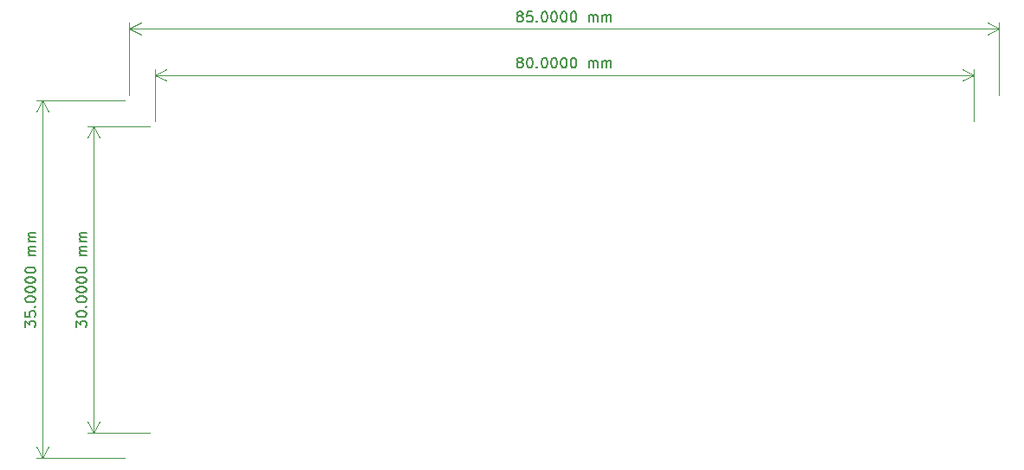
<source format=gbr>
%TF.GenerationSoftware,KiCad,Pcbnew,8.0.6*%
%TF.CreationDate,2024-10-17T21:48:29+02:00*%
%TF.ProjectId,weatherStationBoard,77656174-6865-4725-9374-6174696f6e42,rev?*%
%TF.SameCoordinates,Original*%
%TF.FileFunction,OtherDrawing,Comment*%
%FSLAX46Y46*%
G04 Gerber Fmt 4.6, Leading zero omitted, Abs format (unit mm)*
G04 Created by KiCad (PCBNEW 8.0.6) date 2024-10-17 21:48:29*
%MOMM*%
%LPD*%
G01*
G04 APERTURE LIST*
%ADD10C,0.150000*%
%ADD11C,0.100000*%
G04 APERTURE END LIST*
D10*
X184071429Y-87733390D02*
X183976191Y-87685771D01*
X183976191Y-87685771D02*
X183928572Y-87638152D01*
X183928572Y-87638152D02*
X183880953Y-87542914D01*
X183880953Y-87542914D02*
X183880953Y-87495295D01*
X183880953Y-87495295D02*
X183928572Y-87400057D01*
X183928572Y-87400057D02*
X183976191Y-87352438D01*
X183976191Y-87352438D02*
X184071429Y-87304819D01*
X184071429Y-87304819D02*
X184261905Y-87304819D01*
X184261905Y-87304819D02*
X184357143Y-87352438D01*
X184357143Y-87352438D02*
X184404762Y-87400057D01*
X184404762Y-87400057D02*
X184452381Y-87495295D01*
X184452381Y-87495295D02*
X184452381Y-87542914D01*
X184452381Y-87542914D02*
X184404762Y-87638152D01*
X184404762Y-87638152D02*
X184357143Y-87685771D01*
X184357143Y-87685771D02*
X184261905Y-87733390D01*
X184261905Y-87733390D02*
X184071429Y-87733390D01*
X184071429Y-87733390D02*
X183976191Y-87781009D01*
X183976191Y-87781009D02*
X183928572Y-87828628D01*
X183928572Y-87828628D02*
X183880953Y-87923866D01*
X183880953Y-87923866D02*
X183880953Y-88114342D01*
X183880953Y-88114342D02*
X183928572Y-88209580D01*
X183928572Y-88209580D02*
X183976191Y-88257200D01*
X183976191Y-88257200D02*
X184071429Y-88304819D01*
X184071429Y-88304819D02*
X184261905Y-88304819D01*
X184261905Y-88304819D02*
X184357143Y-88257200D01*
X184357143Y-88257200D02*
X184404762Y-88209580D01*
X184404762Y-88209580D02*
X184452381Y-88114342D01*
X184452381Y-88114342D02*
X184452381Y-87923866D01*
X184452381Y-87923866D02*
X184404762Y-87828628D01*
X184404762Y-87828628D02*
X184357143Y-87781009D01*
X184357143Y-87781009D02*
X184261905Y-87733390D01*
X185357143Y-87304819D02*
X184880953Y-87304819D01*
X184880953Y-87304819D02*
X184833334Y-87781009D01*
X184833334Y-87781009D02*
X184880953Y-87733390D01*
X184880953Y-87733390D02*
X184976191Y-87685771D01*
X184976191Y-87685771D02*
X185214286Y-87685771D01*
X185214286Y-87685771D02*
X185309524Y-87733390D01*
X185309524Y-87733390D02*
X185357143Y-87781009D01*
X185357143Y-87781009D02*
X185404762Y-87876247D01*
X185404762Y-87876247D02*
X185404762Y-88114342D01*
X185404762Y-88114342D02*
X185357143Y-88209580D01*
X185357143Y-88209580D02*
X185309524Y-88257200D01*
X185309524Y-88257200D02*
X185214286Y-88304819D01*
X185214286Y-88304819D02*
X184976191Y-88304819D01*
X184976191Y-88304819D02*
X184880953Y-88257200D01*
X184880953Y-88257200D02*
X184833334Y-88209580D01*
X185833334Y-88209580D02*
X185880953Y-88257200D01*
X185880953Y-88257200D02*
X185833334Y-88304819D01*
X185833334Y-88304819D02*
X185785715Y-88257200D01*
X185785715Y-88257200D02*
X185833334Y-88209580D01*
X185833334Y-88209580D02*
X185833334Y-88304819D01*
X186500000Y-87304819D02*
X186595238Y-87304819D01*
X186595238Y-87304819D02*
X186690476Y-87352438D01*
X186690476Y-87352438D02*
X186738095Y-87400057D01*
X186738095Y-87400057D02*
X186785714Y-87495295D01*
X186785714Y-87495295D02*
X186833333Y-87685771D01*
X186833333Y-87685771D02*
X186833333Y-87923866D01*
X186833333Y-87923866D02*
X186785714Y-88114342D01*
X186785714Y-88114342D02*
X186738095Y-88209580D01*
X186738095Y-88209580D02*
X186690476Y-88257200D01*
X186690476Y-88257200D02*
X186595238Y-88304819D01*
X186595238Y-88304819D02*
X186500000Y-88304819D01*
X186500000Y-88304819D02*
X186404762Y-88257200D01*
X186404762Y-88257200D02*
X186357143Y-88209580D01*
X186357143Y-88209580D02*
X186309524Y-88114342D01*
X186309524Y-88114342D02*
X186261905Y-87923866D01*
X186261905Y-87923866D02*
X186261905Y-87685771D01*
X186261905Y-87685771D02*
X186309524Y-87495295D01*
X186309524Y-87495295D02*
X186357143Y-87400057D01*
X186357143Y-87400057D02*
X186404762Y-87352438D01*
X186404762Y-87352438D02*
X186500000Y-87304819D01*
X187452381Y-87304819D02*
X187547619Y-87304819D01*
X187547619Y-87304819D02*
X187642857Y-87352438D01*
X187642857Y-87352438D02*
X187690476Y-87400057D01*
X187690476Y-87400057D02*
X187738095Y-87495295D01*
X187738095Y-87495295D02*
X187785714Y-87685771D01*
X187785714Y-87685771D02*
X187785714Y-87923866D01*
X187785714Y-87923866D02*
X187738095Y-88114342D01*
X187738095Y-88114342D02*
X187690476Y-88209580D01*
X187690476Y-88209580D02*
X187642857Y-88257200D01*
X187642857Y-88257200D02*
X187547619Y-88304819D01*
X187547619Y-88304819D02*
X187452381Y-88304819D01*
X187452381Y-88304819D02*
X187357143Y-88257200D01*
X187357143Y-88257200D02*
X187309524Y-88209580D01*
X187309524Y-88209580D02*
X187261905Y-88114342D01*
X187261905Y-88114342D02*
X187214286Y-87923866D01*
X187214286Y-87923866D02*
X187214286Y-87685771D01*
X187214286Y-87685771D02*
X187261905Y-87495295D01*
X187261905Y-87495295D02*
X187309524Y-87400057D01*
X187309524Y-87400057D02*
X187357143Y-87352438D01*
X187357143Y-87352438D02*
X187452381Y-87304819D01*
X188404762Y-87304819D02*
X188500000Y-87304819D01*
X188500000Y-87304819D02*
X188595238Y-87352438D01*
X188595238Y-87352438D02*
X188642857Y-87400057D01*
X188642857Y-87400057D02*
X188690476Y-87495295D01*
X188690476Y-87495295D02*
X188738095Y-87685771D01*
X188738095Y-87685771D02*
X188738095Y-87923866D01*
X188738095Y-87923866D02*
X188690476Y-88114342D01*
X188690476Y-88114342D02*
X188642857Y-88209580D01*
X188642857Y-88209580D02*
X188595238Y-88257200D01*
X188595238Y-88257200D02*
X188500000Y-88304819D01*
X188500000Y-88304819D02*
X188404762Y-88304819D01*
X188404762Y-88304819D02*
X188309524Y-88257200D01*
X188309524Y-88257200D02*
X188261905Y-88209580D01*
X188261905Y-88209580D02*
X188214286Y-88114342D01*
X188214286Y-88114342D02*
X188166667Y-87923866D01*
X188166667Y-87923866D02*
X188166667Y-87685771D01*
X188166667Y-87685771D02*
X188214286Y-87495295D01*
X188214286Y-87495295D02*
X188261905Y-87400057D01*
X188261905Y-87400057D02*
X188309524Y-87352438D01*
X188309524Y-87352438D02*
X188404762Y-87304819D01*
X189357143Y-87304819D02*
X189452381Y-87304819D01*
X189452381Y-87304819D02*
X189547619Y-87352438D01*
X189547619Y-87352438D02*
X189595238Y-87400057D01*
X189595238Y-87400057D02*
X189642857Y-87495295D01*
X189642857Y-87495295D02*
X189690476Y-87685771D01*
X189690476Y-87685771D02*
X189690476Y-87923866D01*
X189690476Y-87923866D02*
X189642857Y-88114342D01*
X189642857Y-88114342D02*
X189595238Y-88209580D01*
X189595238Y-88209580D02*
X189547619Y-88257200D01*
X189547619Y-88257200D02*
X189452381Y-88304819D01*
X189452381Y-88304819D02*
X189357143Y-88304819D01*
X189357143Y-88304819D02*
X189261905Y-88257200D01*
X189261905Y-88257200D02*
X189214286Y-88209580D01*
X189214286Y-88209580D02*
X189166667Y-88114342D01*
X189166667Y-88114342D02*
X189119048Y-87923866D01*
X189119048Y-87923866D02*
X189119048Y-87685771D01*
X189119048Y-87685771D02*
X189166667Y-87495295D01*
X189166667Y-87495295D02*
X189214286Y-87400057D01*
X189214286Y-87400057D02*
X189261905Y-87352438D01*
X189261905Y-87352438D02*
X189357143Y-87304819D01*
X190880953Y-88304819D02*
X190880953Y-87638152D01*
X190880953Y-87733390D02*
X190928572Y-87685771D01*
X190928572Y-87685771D02*
X191023810Y-87638152D01*
X191023810Y-87638152D02*
X191166667Y-87638152D01*
X191166667Y-87638152D02*
X191261905Y-87685771D01*
X191261905Y-87685771D02*
X191309524Y-87781009D01*
X191309524Y-87781009D02*
X191309524Y-88304819D01*
X191309524Y-87781009D02*
X191357143Y-87685771D01*
X191357143Y-87685771D02*
X191452381Y-87638152D01*
X191452381Y-87638152D02*
X191595238Y-87638152D01*
X191595238Y-87638152D02*
X191690477Y-87685771D01*
X191690477Y-87685771D02*
X191738096Y-87781009D01*
X191738096Y-87781009D02*
X191738096Y-88304819D01*
X192214286Y-88304819D02*
X192214286Y-87638152D01*
X192214286Y-87733390D02*
X192261905Y-87685771D01*
X192261905Y-87685771D02*
X192357143Y-87638152D01*
X192357143Y-87638152D02*
X192500000Y-87638152D01*
X192500000Y-87638152D02*
X192595238Y-87685771D01*
X192595238Y-87685771D02*
X192642857Y-87781009D01*
X192642857Y-87781009D02*
X192642857Y-88304819D01*
X192642857Y-87781009D02*
X192690476Y-87685771D01*
X192690476Y-87685771D02*
X192785714Y-87638152D01*
X192785714Y-87638152D02*
X192928571Y-87638152D01*
X192928571Y-87638152D02*
X193023810Y-87685771D01*
X193023810Y-87685771D02*
X193071429Y-87781009D01*
X193071429Y-87781009D02*
X193071429Y-88304819D01*
D11*
X146000000Y-95500000D02*
X146000000Y-88413580D01*
X231000000Y-95500000D02*
X231000000Y-88413580D01*
X146000000Y-89000000D02*
X231000000Y-89000000D01*
X146000000Y-89000000D02*
X231000000Y-89000000D01*
X146000000Y-89000000D02*
X147126504Y-88413579D01*
X146000000Y-89000000D02*
X147126504Y-89586421D01*
X231000000Y-89000000D02*
X229873496Y-89586421D01*
X231000000Y-89000000D02*
X229873496Y-88413579D01*
D10*
X135804819Y-118166665D02*
X135804819Y-117547618D01*
X135804819Y-117547618D02*
X136185771Y-117880951D01*
X136185771Y-117880951D02*
X136185771Y-117738094D01*
X136185771Y-117738094D02*
X136233390Y-117642856D01*
X136233390Y-117642856D02*
X136281009Y-117595237D01*
X136281009Y-117595237D02*
X136376247Y-117547618D01*
X136376247Y-117547618D02*
X136614342Y-117547618D01*
X136614342Y-117547618D02*
X136709580Y-117595237D01*
X136709580Y-117595237D02*
X136757200Y-117642856D01*
X136757200Y-117642856D02*
X136804819Y-117738094D01*
X136804819Y-117738094D02*
X136804819Y-118023808D01*
X136804819Y-118023808D02*
X136757200Y-118119046D01*
X136757200Y-118119046D02*
X136709580Y-118166665D01*
X135804819Y-116642856D02*
X135804819Y-117119046D01*
X135804819Y-117119046D02*
X136281009Y-117166665D01*
X136281009Y-117166665D02*
X136233390Y-117119046D01*
X136233390Y-117119046D02*
X136185771Y-117023808D01*
X136185771Y-117023808D02*
X136185771Y-116785713D01*
X136185771Y-116785713D02*
X136233390Y-116690475D01*
X136233390Y-116690475D02*
X136281009Y-116642856D01*
X136281009Y-116642856D02*
X136376247Y-116595237D01*
X136376247Y-116595237D02*
X136614342Y-116595237D01*
X136614342Y-116595237D02*
X136709580Y-116642856D01*
X136709580Y-116642856D02*
X136757200Y-116690475D01*
X136757200Y-116690475D02*
X136804819Y-116785713D01*
X136804819Y-116785713D02*
X136804819Y-117023808D01*
X136804819Y-117023808D02*
X136757200Y-117119046D01*
X136757200Y-117119046D02*
X136709580Y-117166665D01*
X136709580Y-116166665D02*
X136757200Y-116119046D01*
X136757200Y-116119046D02*
X136804819Y-116166665D01*
X136804819Y-116166665D02*
X136757200Y-116214284D01*
X136757200Y-116214284D02*
X136709580Y-116166665D01*
X136709580Y-116166665D02*
X136804819Y-116166665D01*
X135804819Y-115499999D02*
X135804819Y-115404761D01*
X135804819Y-115404761D02*
X135852438Y-115309523D01*
X135852438Y-115309523D02*
X135900057Y-115261904D01*
X135900057Y-115261904D02*
X135995295Y-115214285D01*
X135995295Y-115214285D02*
X136185771Y-115166666D01*
X136185771Y-115166666D02*
X136423866Y-115166666D01*
X136423866Y-115166666D02*
X136614342Y-115214285D01*
X136614342Y-115214285D02*
X136709580Y-115261904D01*
X136709580Y-115261904D02*
X136757200Y-115309523D01*
X136757200Y-115309523D02*
X136804819Y-115404761D01*
X136804819Y-115404761D02*
X136804819Y-115499999D01*
X136804819Y-115499999D02*
X136757200Y-115595237D01*
X136757200Y-115595237D02*
X136709580Y-115642856D01*
X136709580Y-115642856D02*
X136614342Y-115690475D01*
X136614342Y-115690475D02*
X136423866Y-115738094D01*
X136423866Y-115738094D02*
X136185771Y-115738094D01*
X136185771Y-115738094D02*
X135995295Y-115690475D01*
X135995295Y-115690475D02*
X135900057Y-115642856D01*
X135900057Y-115642856D02*
X135852438Y-115595237D01*
X135852438Y-115595237D02*
X135804819Y-115499999D01*
X135804819Y-114547618D02*
X135804819Y-114452380D01*
X135804819Y-114452380D02*
X135852438Y-114357142D01*
X135852438Y-114357142D02*
X135900057Y-114309523D01*
X135900057Y-114309523D02*
X135995295Y-114261904D01*
X135995295Y-114261904D02*
X136185771Y-114214285D01*
X136185771Y-114214285D02*
X136423866Y-114214285D01*
X136423866Y-114214285D02*
X136614342Y-114261904D01*
X136614342Y-114261904D02*
X136709580Y-114309523D01*
X136709580Y-114309523D02*
X136757200Y-114357142D01*
X136757200Y-114357142D02*
X136804819Y-114452380D01*
X136804819Y-114452380D02*
X136804819Y-114547618D01*
X136804819Y-114547618D02*
X136757200Y-114642856D01*
X136757200Y-114642856D02*
X136709580Y-114690475D01*
X136709580Y-114690475D02*
X136614342Y-114738094D01*
X136614342Y-114738094D02*
X136423866Y-114785713D01*
X136423866Y-114785713D02*
X136185771Y-114785713D01*
X136185771Y-114785713D02*
X135995295Y-114738094D01*
X135995295Y-114738094D02*
X135900057Y-114690475D01*
X135900057Y-114690475D02*
X135852438Y-114642856D01*
X135852438Y-114642856D02*
X135804819Y-114547618D01*
X135804819Y-113595237D02*
X135804819Y-113499999D01*
X135804819Y-113499999D02*
X135852438Y-113404761D01*
X135852438Y-113404761D02*
X135900057Y-113357142D01*
X135900057Y-113357142D02*
X135995295Y-113309523D01*
X135995295Y-113309523D02*
X136185771Y-113261904D01*
X136185771Y-113261904D02*
X136423866Y-113261904D01*
X136423866Y-113261904D02*
X136614342Y-113309523D01*
X136614342Y-113309523D02*
X136709580Y-113357142D01*
X136709580Y-113357142D02*
X136757200Y-113404761D01*
X136757200Y-113404761D02*
X136804819Y-113499999D01*
X136804819Y-113499999D02*
X136804819Y-113595237D01*
X136804819Y-113595237D02*
X136757200Y-113690475D01*
X136757200Y-113690475D02*
X136709580Y-113738094D01*
X136709580Y-113738094D02*
X136614342Y-113785713D01*
X136614342Y-113785713D02*
X136423866Y-113833332D01*
X136423866Y-113833332D02*
X136185771Y-113833332D01*
X136185771Y-113833332D02*
X135995295Y-113785713D01*
X135995295Y-113785713D02*
X135900057Y-113738094D01*
X135900057Y-113738094D02*
X135852438Y-113690475D01*
X135852438Y-113690475D02*
X135804819Y-113595237D01*
X135804819Y-112642856D02*
X135804819Y-112547618D01*
X135804819Y-112547618D02*
X135852438Y-112452380D01*
X135852438Y-112452380D02*
X135900057Y-112404761D01*
X135900057Y-112404761D02*
X135995295Y-112357142D01*
X135995295Y-112357142D02*
X136185771Y-112309523D01*
X136185771Y-112309523D02*
X136423866Y-112309523D01*
X136423866Y-112309523D02*
X136614342Y-112357142D01*
X136614342Y-112357142D02*
X136709580Y-112404761D01*
X136709580Y-112404761D02*
X136757200Y-112452380D01*
X136757200Y-112452380D02*
X136804819Y-112547618D01*
X136804819Y-112547618D02*
X136804819Y-112642856D01*
X136804819Y-112642856D02*
X136757200Y-112738094D01*
X136757200Y-112738094D02*
X136709580Y-112785713D01*
X136709580Y-112785713D02*
X136614342Y-112833332D01*
X136614342Y-112833332D02*
X136423866Y-112880951D01*
X136423866Y-112880951D02*
X136185771Y-112880951D01*
X136185771Y-112880951D02*
X135995295Y-112833332D01*
X135995295Y-112833332D02*
X135900057Y-112785713D01*
X135900057Y-112785713D02*
X135852438Y-112738094D01*
X135852438Y-112738094D02*
X135804819Y-112642856D01*
X136804819Y-111119046D02*
X136138152Y-111119046D01*
X136233390Y-111119046D02*
X136185771Y-111071427D01*
X136185771Y-111071427D02*
X136138152Y-110976189D01*
X136138152Y-110976189D02*
X136138152Y-110833332D01*
X136138152Y-110833332D02*
X136185771Y-110738094D01*
X136185771Y-110738094D02*
X136281009Y-110690475D01*
X136281009Y-110690475D02*
X136804819Y-110690475D01*
X136281009Y-110690475D02*
X136185771Y-110642856D01*
X136185771Y-110642856D02*
X136138152Y-110547618D01*
X136138152Y-110547618D02*
X136138152Y-110404761D01*
X136138152Y-110404761D02*
X136185771Y-110309522D01*
X136185771Y-110309522D02*
X136281009Y-110261903D01*
X136281009Y-110261903D02*
X136804819Y-110261903D01*
X136804819Y-109785713D02*
X136138152Y-109785713D01*
X136233390Y-109785713D02*
X136185771Y-109738094D01*
X136185771Y-109738094D02*
X136138152Y-109642856D01*
X136138152Y-109642856D02*
X136138152Y-109499999D01*
X136138152Y-109499999D02*
X136185771Y-109404761D01*
X136185771Y-109404761D02*
X136281009Y-109357142D01*
X136281009Y-109357142D02*
X136804819Y-109357142D01*
X136281009Y-109357142D02*
X136185771Y-109309523D01*
X136185771Y-109309523D02*
X136138152Y-109214285D01*
X136138152Y-109214285D02*
X136138152Y-109071428D01*
X136138152Y-109071428D02*
X136185771Y-108976189D01*
X136185771Y-108976189D02*
X136281009Y-108928570D01*
X136281009Y-108928570D02*
X136804819Y-108928570D01*
D11*
X145500000Y-96000000D02*
X136913580Y-96000000D01*
X145500000Y-131000000D02*
X136913580Y-131000000D01*
X137500000Y-96000000D02*
X137500000Y-131000000D01*
X137500000Y-96000000D02*
X137500000Y-131000000D01*
X137500000Y-96000000D02*
X138086421Y-97126504D01*
X137500000Y-96000000D02*
X136913579Y-97126504D01*
X137500000Y-131000000D02*
X136913579Y-129873496D01*
X137500000Y-131000000D02*
X138086421Y-129873496D01*
D10*
X184071429Y-92233390D02*
X183976191Y-92185771D01*
X183976191Y-92185771D02*
X183928572Y-92138152D01*
X183928572Y-92138152D02*
X183880953Y-92042914D01*
X183880953Y-92042914D02*
X183880953Y-91995295D01*
X183880953Y-91995295D02*
X183928572Y-91900057D01*
X183928572Y-91900057D02*
X183976191Y-91852438D01*
X183976191Y-91852438D02*
X184071429Y-91804819D01*
X184071429Y-91804819D02*
X184261905Y-91804819D01*
X184261905Y-91804819D02*
X184357143Y-91852438D01*
X184357143Y-91852438D02*
X184404762Y-91900057D01*
X184404762Y-91900057D02*
X184452381Y-91995295D01*
X184452381Y-91995295D02*
X184452381Y-92042914D01*
X184452381Y-92042914D02*
X184404762Y-92138152D01*
X184404762Y-92138152D02*
X184357143Y-92185771D01*
X184357143Y-92185771D02*
X184261905Y-92233390D01*
X184261905Y-92233390D02*
X184071429Y-92233390D01*
X184071429Y-92233390D02*
X183976191Y-92281009D01*
X183976191Y-92281009D02*
X183928572Y-92328628D01*
X183928572Y-92328628D02*
X183880953Y-92423866D01*
X183880953Y-92423866D02*
X183880953Y-92614342D01*
X183880953Y-92614342D02*
X183928572Y-92709580D01*
X183928572Y-92709580D02*
X183976191Y-92757200D01*
X183976191Y-92757200D02*
X184071429Y-92804819D01*
X184071429Y-92804819D02*
X184261905Y-92804819D01*
X184261905Y-92804819D02*
X184357143Y-92757200D01*
X184357143Y-92757200D02*
X184404762Y-92709580D01*
X184404762Y-92709580D02*
X184452381Y-92614342D01*
X184452381Y-92614342D02*
X184452381Y-92423866D01*
X184452381Y-92423866D02*
X184404762Y-92328628D01*
X184404762Y-92328628D02*
X184357143Y-92281009D01*
X184357143Y-92281009D02*
X184261905Y-92233390D01*
X185071429Y-91804819D02*
X185166667Y-91804819D01*
X185166667Y-91804819D02*
X185261905Y-91852438D01*
X185261905Y-91852438D02*
X185309524Y-91900057D01*
X185309524Y-91900057D02*
X185357143Y-91995295D01*
X185357143Y-91995295D02*
X185404762Y-92185771D01*
X185404762Y-92185771D02*
X185404762Y-92423866D01*
X185404762Y-92423866D02*
X185357143Y-92614342D01*
X185357143Y-92614342D02*
X185309524Y-92709580D01*
X185309524Y-92709580D02*
X185261905Y-92757200D01*
X185261905Y-92757200D02*
X185166667Y-92804819D01*
X185166667Y-92804819D02*
X185071429Y-92804819D01*
X185071429Y-92804819D02*
X184976191Y-92757200D01*
X184976191Y-92757200D02*
X184928572Y-92709580D01*
X184928572Y-92709580D02*
X184880953Y-92614342D01*
X184880953Y-92614342D02*
X184833334Y-92423866D01*
X184833334Y-92423866D02*
X184833334Y-92185771D01*
X184833334Y-92185771D02*
X184880953Y-91995295D01*
X184880953Y-91995295D02*
X184928572Y-91900057D01*
X184928572Y-91900057D02*
X184976191Y-91852438D01*
X184976191Y-91852438D02*
X185071429Y-91804819D01*
X185833334Y-92709580D02*
X185880953Y-92757200D01*
X185880953Y-92757200D02*
X185833334Y-92804819D01*
X185833334Y-92804819D02*
X185785715Y-92757200D01*
X185785715Y-92757200D02*
X185833334Y-92709580D01*
X185833334Y-92709580D02*
X185833334Y-92804819D01*
X186500000Y-91804819D02*
X186595238Y-91804819D01*
X186595238Y-91804819D02*
X186690476Y-91852438D01*
X186690476Y-91852438D02*
X186738095Y-91900057D01*
X186738095Y-91900057D02*
X186785714Y-91995295D01*
X186785714Y-91995295D02*
X186833333Y-92185771D01*
X186833333Y-92185771D02*
X186833333Y-92423866D01*
X186833333Y-92423866D02*
X186785714Y-92614342D01*
X186785714Y-92614342D02*
X186738095Y-92709580D01*
X186738095Y-92709580D02*
X186690476Y-92757200D01*
X186690476Y-92757200D02*
X186595238Y-92804819D01*
X186595238Y-92804819D02*
X186500000Y-92804819D01*
X186500000Y-92804819D02*
X186404762Y-92757200D01*
X186404762Y-92757200D02*
X186357143Y-92709580D01*
X186357143Y-92709580D02*
X186309524Y-92614342D01*
X186309524Y-92614342D02*
X186261905Y-92423866D01*
X186261905Y-92423866D02*
X186261905Y-92185771D01*
X186261905Y-92185771D02*
X186309524Y-91995295D01*
X186309524Y-91995295D02*
X186357143Y-91900057D01*
X186357143Y-91900057D02*
X186404762Y-91852438D01*
X186404762Y-91852438D02*
X186500000Y-91804819D01*
X187452381Y-91804819D02*
X187547619Y-91804819D01*
X187547619Y-91804819D02*
X187642857Y-91852438D01*
X187642857Y-91852438D02*
X187690476Y-91900057D01*
X187690476Y-91900057D02*
X187738095Y-91995295D01*
X187738095Y-91995295D02*
X187785714Y-92185771D01*
X187785714Y-92185771D02*
X187785714Y-92423866D01*
X187785714Y-92423866D02*
X187738095Y-92614342D01*
X187738095Y-92614342D02*
X187690476Y-92709580D01*
X187690476Y-92709580D02*
X187642857Y-92757200D01*
X187642857Y-92757200D02*
X187547619Y-92804819D01*
X187547619Y-92804819D02*
X187452381Y-92804819D01*
X187452381Y-92804819D02*
X187357143Y-92757200D01*
X187357143Y-92757200D02*
X187309524Y-92709580D01*
X187309524Y-92709580D02*
X187261905Y-92614342D01*
X187261905Y-92614342D02*
X187214286Y-92423866D01*
X187214286Y-92423866D02*
X187214286Y-92185771D01*
X187214286Y-92185771D02*
X187261905Y-91995295D01*
X187261905Y-91995295D02*
X187309524Y-91900057D01*
X187309524Y-91900057D02*
X187357143Y-91852438D01*
X187357143Y-91852438D02*
X187452381Y-91804819D01*
X188404762Y-91804819D02*
X188500000Y-91804819D01*
X188500000Y-91804819D02*
X188595238Y-91852438D01*
X188595238Y-91852438D02*
X188642857Y-91900057D01*
X188642857Y-91900057D02*
X188690476Y-91995295D01*
X188690476Y-91995295D02*
X188738095Y-92185771D01*
X188738095Y-92185771D02*
X188738095Y-92423866D01*
X188738095Y-92423866D02*
X188690476Y-92614342D01*
X188690476Y-92614342D02*
X188642857Y-92709580D01*
X188642857Y-92709580D02*
X188595238Y-92757200D01*
X188595238Y-92757200D02*
X188500000Y-92804819D01*
X188500000Y-92804819D02*
X188404762Y-92804819D01*
X188404762Y-92804819D02*
X188309524Y-92757200D01*
X188309524Y-92757200D02*
X188261905Y-92709580D01*
X188261905Y-92709580D02*
X188214286Y-92614342D01*
X188214286Y-92614342D02*
X188166667Y-92423866D01*
X188166667Y-92423866D02*
X188166667Y-92185771D01*
X188166667Y-92185771D02*
X188214286Y-91995295D01*
X188214286Y-91995295D02*
X188261905Y-91900057D01*
X188261905Y-91900057D02*
X188309524Y-91852438D01*
X188309524Y-91852438D02*
X188404762Y-91804819D01*
X189357143Y-91804819D02*
X189452381Y-91804819D01*
X189452381Y-91804819D02*
X189547619Y-91852438D01*
X189547619Y-91852438D02*
X189595238Y-91900057D01*
X189595238Y-91900057D02*
X189642857Y-91995295D01*
X189642857Y-91995295D02*
X189690476Y-92185771D01*
X189690476Y-92185771D02*
X189690476Y-92423866D01*
X189690476Y-92423866D02*
X189642857Y-92614342D01*
X189642857Y-92614342D02*
X189595238Y-92709580D01*
X189595238Y-92709580D02*
X189547619Y-92757200D01*
X189547619Y-92757200D02*
X189452381Y-92804819D01*
X189452381Y-92804819D02*
X189357143Y-92804819D01*
X189357143Y-92804819D02*
X189261905Y-92757200D01*
X189261905Y-92757200D02*
X189214286Y-92709580D01*
X189214286Y-92709580D02*
X189166667Y-92614342D01*
X189166667Y-92614342D02*
X189119048Y-92423866D01*
X189119048Y-92423866D02*
X189119048Y-92185771D01*
X189119048Y-92185771D02*
X189166667Y-91995295D01*
X189166667Y-91995295D02*
X189214286Y-91900057D01*
X189214286Y-91900057D02*
X189261905Y-91852438D01*
X189261905Y-91852438D02*
X189357143Y-91804819D01*
X190880953Y-92804819D02*
X190880953Y-92138152D01*
X190880953Y-92233390D02*
X190928572Y-92185771D01*
X190928572Y-92185771D02*
X191023810Y-92138152D01*
X191023810Y-92138152D02*
X191166667Y-92138152D01*
X191166667Y-92138152D02*
X191261905Y-92185771D01*
X191261905Y-92185771D02*
X191309524Y-92281009D01*
X191309524Y-92281009D02*
X191309524Y-92804819D01*
X191309524Y-92281009D02*
X191357143Y-92185771D01*
X191357143Y-92185771D02*
X191452381Y-92138152D01*
X191452381Y-92138152D02*
X191595238Y-92138152D01*
X191595238Y-92138152D02*
X191690477Y-92185771D01*
X191690477Y-92185771D02*
X191738096Y-92281009D01*
X191738096Y-92281009D02*
X191738096Y-92804819D01*
X192214286Y-92804819D02*
X192214286Y-92138152D01*
X192214286Y-92233390D02*
X192261905Y-92185771D01*
X192261905Y-92185771D02*
X192357143Y-92138152D01*
X192357143Y-92138152D02*
X192500000Y-92138152D01*
X192500000Y-92138152D02*
X192595238Y-92185771D01*
X192595238Y-92185771D02*
X192642857Y-92281009D01*
X192642857Y-92281009D02*
X192642857Y-92804819D01*
X192642857Y-92281009D02*
X192690476Y-92185771D01*
X192690476Y-92185771D02*
X192785714Y-92138152D01*
X192785714Y-92138152D02*
X192928571Y-92138152D01*
X192928571Y-92138152D02*
X193023810Y-92185771D01*
X193023810Y-92185771D02*
X193071429Y-92281009D01*
X193071429Y-92281009D02*
X193071429Y-92804819D01*
D11*
X148500000Y-98000000D02*
X148500000Y-92913580D01*
X228500000Y-98000000D02*
X228500000Y-92913580D01*
X148500000Y-93500000D02*
X228500000Y-93500000D01*
X148500000Y-93500000D02*
X228500000Y-93500000D01*
X148500000Y-93500000D02*
X149626504Y-92913579D01*
X148500000Y-93500000D02*
X149626504Y-94086421D01*
X228500000Y-93500000D02*
X227373496Y-94086421D01*
X228500000Y-93500000D02*
X227373496Y-92913579D01*
D10*
X140804819Y-118166665D02*
X140804819Y-117547618D01*
X140804819Y-117547618D02*
X141185771Y-117880951D01*
X141185771Y-117880951D02*
X141185771Y-117738094D01*
X141185771Y-117738094D02*
X141233390Y-117642856D01*
X141233390Y-117642856D02*
X141281009Y-117595237D01*
X141281009Y-117595237D02*
X141376247Y-117547618D01*
X141376247Y-117547618D02*
X141614342Y-117547618D01*
X141614342Y-117547618D02*
X141709580Y-117595237D01*
X141709580Y-117595237D02*
X141757200Y-117642856D01*
X141757200Y-117642856D02*
X141804819Y-117738094D01*
X141804819Y-117738094D02*
X141804819Y-118023808D01*
X141804819Y-118023808D02*
X141757200Y-118119046D01*
X141757200Y-118119046D02*
X141709580Y-118166665D01*
X140804819Y-116928570D02*
X140804819Y-116833332D01*
X140804819Y-116833332D02*
X140852438Y-116738094D01*
X140852438Y-116738094D02*
X140900057Y-116690475D01*
X140900057Y-116690475D02*
X140995295Y-116642856D01*
X140995295Y-116642856D02*
X141185771Y-116595237D01*
X141185771Y-116595237D02*
X141423866Y-116595237D01*
X141423866Y-116595237D02*
X141614342Y-116642856D01*
X141614342Y-116642856D02*
X141709580Y-116690475D01*
X141709580Y-116690475D02*
X141757200Y-116738094D01*
X141757200Y-116738094D02*
X141804819Y-116833332D01*
X141804819Y-116833332D02*
X141804819Y-116928570D01*
X141804819Y-116928570D02*
X141757200Y-117023808D01*
X141757200Y-117023808D02*
X141709580Y-117071427D01*
X141709580Y-117071427D02*
X141614342Y-117119046D01*
X141614342Y-117119046D02*
X141423866Y-117166665D01*
X141423866Y-117166665D02*
X141185771Y-117166665D01*
X141185771Y-117166665D02*
X140995295Y-117119046D01*
X140995295Y-117119046D02*
X140900057Y-117071427D01*
X140900057Y-117071427D02*
X140852438Y-117023808D01*
X140852438Y-117023808D02*
X140804819Y-116928570D01*
X141709580Y-116166665D02*
X141757200Y-116119046D01*
X141757200Y-116119046D02*
X141804819Y-116166665D01*
X141804819Y-116166665D02*
X141757200Y-116214284D01*
X141757200Y-116214284D02*
X141709580Y-116166665D01*
X141709580Y-116166665D02*
X141804819Y-116166665D01*
X140804819Y-115499999D02*
X140804819Y-115404761D01*
X140804819Y-115404761D02*
X140852438Y-115309523D01*
X140852438Y-115309523D02*
X140900057Y-115261904D01*
X140900057Y-115261904D02*
X140995295Y-115214285D01*
X140995295Y-115214285D02*
X141185771Y-115166666D01*
X141185771Y-115166666D02*
X141423866Y-115166666D01*
X141423866Y-115166666D02*
X141614342Y-115214285D01*
X141614342Y-115214285D02*
X141709580Y-115261904D01*
X141709580Y-115261904D02*
X141757200Y-115309523D01*
X141757200Y-115309523D02*
X141804819Y-115404761D01*
X141804819Y-115404761D02*
X141804819Y-115499999D01*
X141804819Y-115499999D02*
X141757200Y-115595237D01*
X141757200Y-115595237D02*
X141709580Y-115642856D01*
X141709580Y-115642856D02*
X141614342Y-115690475D01*
X141614342Y-115690475D02*
X141423866Y-115738094D01*
X141423866Y-115738094D02*
X141185771Y-115738094D01*
X141185771Y-115738094D02*
X140995295Y-115690475D01*
X140995295Y-115690475D02*
X140900057Y-115642856D01*
X140900057Y-115642856D02*
X140852438Y-115595237D01*
X140852438Y-115595237D02*
X140804819Y-115499999D01*
X140804819Y-114547618D02*
X140804819Y-114452380D01*
X140804819Y-114452380D02*
X140852438Y-114357142D01*
X140852438Y-114357142D02*
X140900057Y-114309523D01*
X140900057Y-114309523D02*
X140995295Y-114261904D01*
X140995295Y-114261904D02*
X141185771Y-114214285D01*
X141185771Y-114214285D02*
X141423866Y-114214285D01*
X141423866Y-114214285D02*
X141614342Y-114261904D01*
X141614342Y-114261904D02*
X141709580Y-114309523D01*
X141709580Y-114309523D02*
X141757200Y-114357142D01*
X141757200Y-114357142D02*
X141804819Y-114452380D01*
X141804819Y-114452380D02*
X141804819Y-114547618D01*
X141804819Y-114547618D02*
X141757200Y-114642856D01*
X141757200Y-114642856D02*
X141709580Y-114690475D01*
X141709580Y-114690475D02*
X141614342Y-114738094D01*
X141614342Y-114738094D02*
X141423866Y-114785713D01*
X141423866Y-114785713D02*
X141185771Y-114785713D01*
X141185771Y-114785713D02*
X140995295Y-114738094D01*
X140995295Y-114738094D02*
X140900057Y-114690475D01*
X140900057Y-114690475D02*
X140852438Y-114642856D01*
X140852438Y-114642856D02*
X140804819Y-114547618D01*
X140804819Y-113595237D02*
X140804819Y-113499999D01*
X140804819Y-113499999D02*
X140852438Y-113404761D01*
X140852438Y-113404761D02*
X140900057Y-113357142D01*
X140900057Y-113357142D02*
X140995295Y-113309523D01*
X140995295Y-113309523D02*
X141185771Y-113261904D01*
X141185771Y-113261904D02*
X141423866Y-113261904D01*
X141423866Y-113261904D02*
X141614342Y-113309523D01*
X141614342Y-113309523D02*
X141709580Y-113357142D01*
X141709580Y-113357142D02*
X141757200Y-113404761D01*
X141757200Y-113404761D02*
X141804819Y-113499999D01*
X141804819Y-113499999D02*
X141804819Y-113595237D01*
X141804819Y-113595237D02*
X141757200Y-113690475D01*
X141757200Y-113690475D02*
X141709580Y-113738094D01*
X141709580Y-113738094D02*
X141614342Y-113785713D01*
X141614342Y-113785713D02*
X141423866Y-113833332D01*
X141423866Y-113833332D02*
X141185771Y-113833332D01*
X141185771Y-113833332D02*
X140995295Y-113785713D01*
X140995295Y-113785713D02*
X140900057Y-113738094D01*
X140900057Y-113738094D02*
X140852438Y-113690475D01*
X140852438Y-113690475D02*
X140804819Y-113595237D01*
X140804819Y-112642856D02*
X140804819Y-112547618D01*
X140804819Y-112547618D02*
X140852438Y-112452380D01*
X140852438Y-112452380D02*
X140900057Y-112404761D01*
X140900057Y-112404761D02*
X140995295Y-112357142D01*
X140995295Y-112357142D02*
X141185771Y-112309523D01*
X141185771Y-112309523D02*
X141423866Y-112309523D01*
X141423866Y-112309523D02*
X141614342Y-112357142D01*
X141614342Y-112357142D02*
X141709580Y-112404761D01*
X141709580Y-112404761D02*
X141757200Y-112452380D01*
X141757200Y-112452380D02*
X141804819Y-112547618D01*
X141804819Y-112547618D02*
X141804819Y-112642856D01*
X141804819Y-112642856D02*
X141757200Y-112738094D01*
X141757200Y-112738094D02*
X141709580Y-112785713D01*
X141709580Y-112785713D02*
X141614342Y-112833332D01*
X141614342Y-112833332D02*
X141423866Y-112880951D01*
X141423866Y-112880951D02*
X141185771Y-112880951D01*
X141185771Y-112880951D02*
X140995295Y-112833332D01*
X140995295Y-112833332D02*
X140900057Y-112785713D01*
X140900057Y-112785713D02*
X140852438Y-112738094D01*
X140852438Y-112738094D02*
X140804819Y-112642856D01*
X141804819Y-111119046D02*
X141138152Y-111119046D01*
X141233390Y-111119046D02*
X141185771Y-111071427D01*
X141185771Y-111071427D02*
X141138152Y-110976189D01*
X141138152Y-110976189D02*
X141138152Y-110833332D01*
X141138152Y-110833332D02*
X141185771Y-110738094D01*
X141185771Y-110738094D02*
X141281009Y-110690475D01*
X141281009Y-110690475D02*
X141804819Y-110690475D01*
X141281009Y-110690475D02*
X141185771Y-110642856D01*
X141185771Y-110642856D02*
X141138152Y-110547618D01*
X141138152Y-110547618D02*
X141138152Y-110404761D01*
X141138152Y-110404761D02*
X141185771Y-110309522D01*
X141185771Y-110309522D02*
X141281009Y-110261903D01*
X141281009Y-110261903D02*
X141804819Y-110261903D01*
X141804819Y-109785713D02*
X141138152Y-109785713D01*
X141233390Y-109785713D02*
X141185771Y-109738094D01*
X141185771Y-109738094D02*
X141138152Y-109642856D01*
X141138152Y-109642856D02*
X141138152Y-109499999D01*
X141138152Y-109499999D02*
X141185771Y-109404761D01*
X141185771Y-109404761D02*
X141281009Y-109357142D01*
X141281009Y-109357142D02*
X141804819Y-109357142D01*
X141281009Y-109357142D02*
X141185771Y-109309523D01*
X141185771Y-109309523D02*
X141138152Y-109214285D01*
X141138152Y-109214285D02*
X141138152Y-109071428D01*
X141138152Y-109071428D02*
X141185771Y-108976189D01*
X141185771Y-108976189D02*
X141281009Y-108928570D01*
X141281009Y-108928570D02*
X141804819Y-108928570D01*
D11*
X148000000Y-128500000D02*
X141913580Y-128500000D01*
X148000000Y-98500000D02*
X141913580Y-98500000D01*
X142500000Y-128500000D02*
X142500000Y-98500000D01*
X142500000Y-128500000D02*
X142500000Y-98500000D01*
X142500000Y-128500000D02*
X141913579Y-127373496D01*
X142500000Y-128500000D02*
X143086421Y-127373496D01*
X142500000Y-98500000D02*
X143086421Y-99626504D01*
X142500000Y-98500000D02*
X141913579Y-99626504D01*
M02*

</source>
